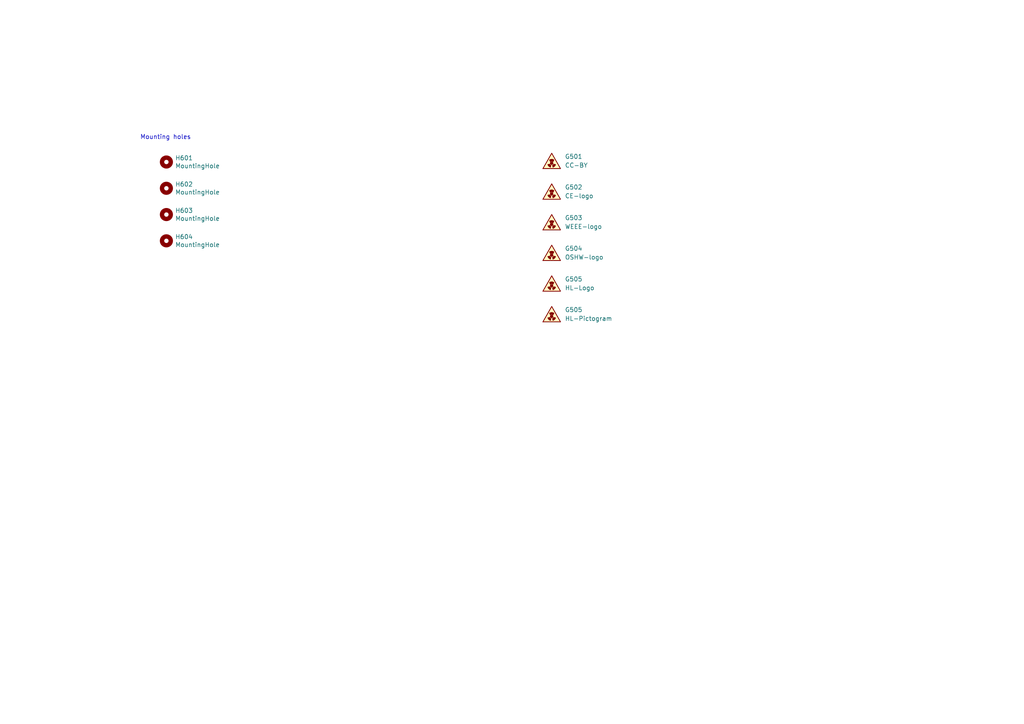
<source format=kicad_sch>
(kicad_sch (version 20231120) (generator "eeschema") (generator_version "8.0")
  (paper "A4")
  (title_block (title "Hat Labs Serial Interface Device (HALSER)") (date "2024-12-20") (rev "1.0.0") (company "Hat Labs oy") (comment 1 "https://creativecommons.org/licenses/by-sa/4.0") (comment 2 "To view a copy of this license, visit ") (comment 3 "HALMET is licensed under CC BY-SA 4.0."))
  (lib_symbols
    (symbol "Graphic:SYM_Radioactive_Radiation_Small" (in_bom no) (on_board no)
      (symbol "SYM_Radioactive_Radiation_Small_0_0"
        (arc (start -1.1176 -0.7366) (mid -0.8421 -1.2231) (end -0.3556 -1.4986))
        (arc (start -0.6096 -0.6096) (mid -0.4656 -0.8429) (end -0.2286 -0.9906))
        (circle (center -0.0254 -0.3556) (radius 0.3556) (stroke (width 0.254)) (fill (type outline)))
        (polyline (pts (xy -1.1176 -0.7366) (xy -0.6096 -0.6096)))
        (polyline (pts (xy -0.635 0.6096) (xy -0.381 0.1016)))
        (polyline (pts (xy -0.3556 -1.4986) (xy -0.2286 -0.9906)))
        (polyline (pts (xy 0.3556 -1.4986) (xy 0.2286 -0.9906)))
        (polyline (pts (xy 0.635 0.6096) (xy 0.381 0.1016)))
        (polyline (pts (xy 1.1176 -0.7366) (xy 0.6096 -0.6096)))
        (polyline (pts (xy -0.6096 -0.6604) (xy -0.508 -0.8636) (xy -0.254 -0.9652) (xy -0.4064 -1.4732) (xy -0.762 -1.2192) (xy -0.9652 -1.016) (xy -1.0668 -0.7112) (xy -0.6096 -0.6604)) (fill (type outline)))
        (polyline (pts (xy 0.6096 -0.6096) (xy 0.4572 -0.8636) (xy 0.254 -1.016) (xy 0.4064 -1.4732) (xy 0.7112 -1.27) (xy 0.9144 -1.0668) (xy 1.0668 -0.762) (xy 0.6096 -0.6604)) (fill (type outline)))
        (polyline (pts (xy -0.3556 0.1524) (xy -0.1016 0.254) (xy 0.1524 0.254) (xy 0.3556 0.1016) (xy 0.6096 0.6096) (xy 0.3556 0.7112) (xy 0.1016 0.762) (xy -0.1524 0.762) (xy -0.4572 0.6604) (xy -0.6096 0.6096) (xy -0.4064 0.1524)) (fill (type outline)))
        (arc (start 0.2286 -0.9906) (mid 0.4619 -0.8466) (end 0.6096 -0.6096))
        (arc (start 0.3556 -1.4986) (mid 0.8421 -1.2231) (end 1.1176 -0.7366))
        (arc (start 0.381 0.1016) (mid 0 0.2594) (end -0.381 0.1016))
        (arc (start 0.635 0.6096) (mid 0 0.8131) (end -0.635 0.6096))
      )
      (symbol "SYM_Radioactive_Radiation_Small_0_1"
        (polyline (pts (xy -2.54 -1.905) (xy 2.54 -1.905) (xy 0 2.54) (xy -2.54 -1.905)) (stroke (width 0.254)) (fill (type background)))
      )
    )
    (symbol "Mechanical:MountingHole" (pin_names (offset 1.016))
      (property "Reference" "H" (at 0 5.08 0))
      (property "Value" "MountingHole" (at 0 3.175 0))
      (symbol "MountingHole_0_1"
        (circle (center 0 0) (radius 1.27) (stroke (width 1.27)))
      )
    )
  )
  (text "Mounting holes" (at 40.64 40.64 0) (effects (font (size 1.27 1.27)) (justify left bottom)))
  (symbol (lib_id "Mechanical:MountingHole") (at 48.26 46.99 0) (unit 1)
    (property "Reference" "H601" (at 50.8 45.8216 0) (effects (justify left)))
    (property "Value" "MountingHole" (at 50.8 48.133 0) (effects (justify left)))
    (property "Footprint" "MountingHole:MountingHole_3.2mm_M3_ISO7380" (effects (hide yes)))
  )
  (symbol (lib_id "Mechanical:MountingHole") (at 48.26 54.61 0) (unit 1)
    (property "Reference" "H602" (at 50.8 53.4416 0) (effects (justify left)))
    (property "Value" "MountingHole" (at 50.8 55.753 0) (effects (justify left)))
    (property "Footprint" "MountingHole:MountingHole_3.2mm_M3_ISO7380" (effects (hide yes)))
  )
  (symbol (lib_id "Graphic:SYM_Radioactive_Radiation_Small") (at 160.02 55.88 0) (unit 1) (exclude_from_sim yes) (in_bom no)
    (property "Reference" "G502" (at 163.83 54.2925 0) (effects (justify left)))
    (property "Value" "CE-logo" (at 163.83 56.8325 0) (effects (justify left)))
    (property "Footprint" "Symbol:CE-Logo_11.2x8mm_SilkScreen" (effects (hide yes)))
    (instances (project "HALMET" (path "" (reference "G502") (unit 1))) (project "HALMET" (path "" (reference "G602") (unit 1))))
  )
  (symbol (lib_id "Mechanical:MountingHole") (at 48.26 62.23 0) (unit 1)
    (property "Reference" "H603" (at 50.8 61.0616 0) (effects (justify left)))
    (property "Value" "MountingHole" (at 50.8 63.373 0) (effects (justify left)))
    (property "Footprint" "MountingHole:MountingHole_3.2mm_M3_ISO7380" (effects (hide yes)))
  )
  (symbol (lib_id "Graphic:SYM_Radioactive_Radiation_Small") (at 160.02 46.99 0) (unit 1) (exclude_from_sim yes) (in_bom no)
    (property "Reference" "G501" (at 163.83 45.4025 0) (effects (justify left)))
    (property "Value" "CC-BY" (at 163.83 47.9425 0) (effects (justify left)))
    (property "Footprint" "HALSER:cc-by_5mm" (effects (hide yes)))
    (instances (project "HALMET" (path "" (reference "G501") (unit 1))) (project "HALMET" (path "" (reference "G601") (unit 1))))
  )
  (symbol (lib_id "Graphic:SYM_Radioactive_Radiation_Small") (at 160.02 82.55 0) (unit 1) (exclude_from_sim yes) (in_bom no)
    (property "Reference" "G505" (at 163.83 80.9625 0) (effects (justify left)))
    (property "Value" "HL-Logo" (at 163.83 83.5025 0) (effects (justify left)))
    (property "Footprint" "HALSER:Hat_Labs_25.4mm" (effects (hide yes)))
    (instances (project "HALMET" (path "" (reference "G505") (unit 1))) (project "HALMET" (path "" (reference "G605") (unit 1))))
  )
  (symbol (lib_id "Mechanical:MountingHole") (at 48.26 69.85 0) (unit 1)
    (property "Reference" "H604" (at 50.8 68.6816 0) (effects (justify left)))
    (property "Value" "MountingHole" (at 50.8 70.993 0) (effects (justify left)))
    (property "Footprint" "MountingHole:MountingHole_3.2mm_M3_ISO7380" (effects (hide yes)))
  )
  (symbol (lib_id "Graphic:SYM_Radioactive_Radiation_Small") (at 160.02 64.77 0) (unit 1) (exclude_from_sim yes) (in_bom no)
    (property "Reference" "G503" (at 163.83 63.1825 0) (effects (justify left)))
    (property "Value" "WEEE-logo" (at 163.83 65.7225 0) (effects (justify left)))
    (property "Footprint" "Symbol:WEEE-Logo_5.6x8mm_SilkScreen" (effects (hide yes)))
    (instances (project "HALMET" (path "" (reference "G503") (unit 1))) (project "HALMET" (path "" (reference "G603") (unit 1))))
  )
  (symbol (lib_id "Graphic:SYM_Radioactive_Radiation_Small") (at 160.02 91.44 0) (unit 1) (exclude_from_sim yes) (in_bom no)
    (property "Reference" "G505" (at 163.83 89.8525 0) (effects (justify left)))
    (property "Value" "HL-Pictogram" (at 163.83 92.3925 0) (effects (justify left)))
    (property "Footprint" "HALSER:HaL_picto_8mm" (effects (hide yes)))
    (instances (project "HALMET" (path "" (reference "G505") (unit 1))) (project "HALMET" (path "" (reference "G606") (unit 1))))
  )
  (symbol (lib_id "Graphic:SYM_Radioactive_Radiation_Small") (at 160.02 73.66 0) (unit 1) (exclude_from_sim yes) (in_bom no) (on_board no)
    (property "Reference" "G504" (at 163.83 72.0725 0) (effects (justify left)))
    (property "Value" "OSHW-logo" (at 163.83 74.6125 0) (effects (justify left)))
    (property "Footprint" "Symbol:OSHW-Logo2_9.8x8mm_SilkScreen" (effects (hide yes)))
    (instances (project "HALMET" (path "" (reference "G504") (unit 1))) (project "HALMET" (path "" (reference "G604") (unit 1))))
  )
)
</source>
